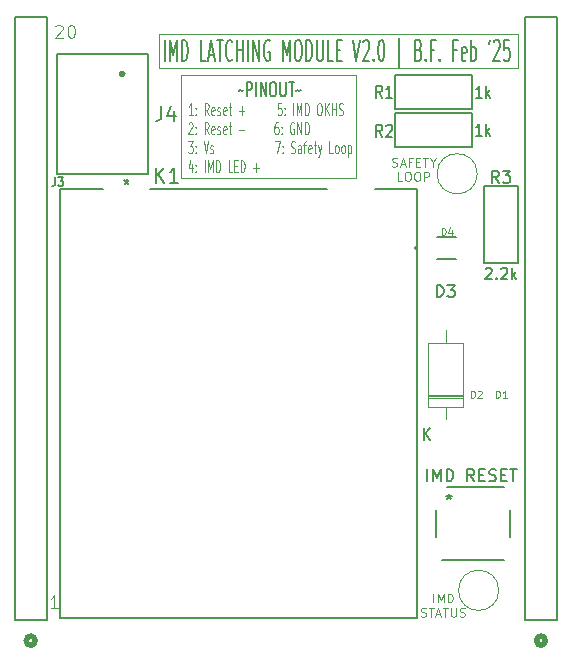
<source format=gbr>
%TF.GenerationSoftware,KiCad,Pcbnew,8.0.8*%
%TF.CreationDate,2025-02-03T20:55:19-05:00*%
%TF.ProjectId,IMD Latching Module V2.0,494d4420-4c61-4746-9368-696e67204d6f,rev?*%
%TF.SameCoordinates,Original*%
%TF.FileFunction,Legend,Top*%
%TF.FilePolarity,Positive*%
%FSLAX46Y46*%
G04 Gerber Fmt 4.6, Leading zero omitted, Abs format (unit mm)*
G04 Created by KiCad (PCBNEW 8.0.8) date 2025-02-03 20:55:19*
%MOMM*%
%LPD*%
G01*
G04 APERTURE LIST*
%ADD10C,0.100000*%
%ADD11C,0.150000*%
%ADD12C,0.187500*%
%ADD13C,0.170000*%
%ADD14C,0.120000*%
%ADD15C,0.152400*%
%ADD16C,0.508000*%
%ADD17C,0.200000*%
%ADD18C,0.400000*%
G04 APERTURE END LIST*
D10*
X61620000Y-50870000D02*
X92020000Y-50870000D01*
X92020000Y-53770000D01*
X61620000Y-53770000D01*
X61620000Y-50870000D01*
X63500000Y-54300000D02*
X78300000Y-54300000D01*
X78300000Y-63100000D01*
X63500000Y-63100000D01*
X63500000Y-54300000D01*
D11*
X89335714Y-70750057D02*
X89378571Y-70702438D01*
X89378571Y-70702438D02*
X89464286Y-70654819D01*
X89464286Y-70654819D02*
X89678571Y-70654819D01*
X89678571Y-70654819D02*
X89764286Y-70702438D01*
X89764286Y-70702438D02*
X89807143Y-70750057D01*
X89807143Y-70750057D02*
X89850000Y-70845295D01*
X89850000Y-70845295D02*
X89850000Y-70940533D01*
X89850000Y-70940533D02*
X89807143Y-71083390D01*
X89807143Y-71083390D02*
X89292857Y-71654819D01*
X89292857Y-71654819D02*
X89850000Y-71654819D01*
X90235714Y-71559580D02*
X90278571Y-71607200D01*
X90278571Y-71607200D02*
X90235714Y-71654819D01*
X90235714Y-71654819D02*
X90192857Y-71607200D01*
X90192857Y-71607200D02*
X90235714Y-71559580D01*
X90235714Y-71559580D02*
X90235714Y-71654819D01*
X90621428Y-70750057D02*
X90664285Y-70702438D01*
X90664285Y-70702438D02*
X90750000Y-70654819D01*
X90750000Y-70654819D02*
X90964285Y-70654819D01*
X90964285Y-70654819D02*
X91050000Y-70702438D01*
X91050000Y-70702438D02*
X91092857Y-70750057D01*
X91092857Y-70750057D02*
X91135714Y-70845295D01*
X91135714Y-70845295D02*
X91135714Y-70940533D01*
X91135714Y-70940533D02*
X91092857Y-71083390D01*
X91092857Y-71083390D02*
X90578571Y-71654819D01*
X90578571Y-71654819D02*
X91135714Y-71654819D01*
X91521428Y-71654819D02*
X91521428Y-70654819D01*
X91607143Y-71273866D02*
X91864285Y-71654819D01*
X91864285Y-70988152D02*
X91521428Y-71369104D01*
D10*
X64522931Y-57742587D02*
X64180074Y-57742587D01*
X64351503Y-57742587D02*
X64351503Y-56742587D01*
X64351503Y-56742587D02*
X64294360Y-56885444D01*
X64294360Y-56885444D02*
X64237217Y-56980682D01*
X64237217Y-56980682D02*
X64180074Y-57028301D01*
X64780075Y-57647348D02*
X64808646Y-57694968D01*
X64808646Y-57694968D02*
X64780075Y-57742587D01*
X64780075Y-57742587D02*
X64751503Y-57694968D01*
X64751503Y-57694968D02*
X64780075Y-57647348D01*
X64780075Y-57647348D02*
X64780075Y-57742587D01*
X64780075Y-57123539D02*
X64808646Y-57171158D01*
X64808646Y-57171158D02*
X64780075Y-57218777D01*
X64780075Y-57218777D02*
X64751503Y-57171158D01*
X64751503Y-57171158D02*
X64780075Y-57123539D01*
X64780075Y-57123539D02*
X64780075Y-57218777D01*
X65865789Y-57742587D02*
X65665789Y-57266396D01*
X65522932Y-57742587D02*
X65522932Y-56742587D01*
X65522932Y-56742587D02*
X65751503Y-56742587D01*
X65751503Y-56742587D02*
X65808646Y-56790206D01*
X65808646Y-56790206D02*
X65837217Y-56837825D01*
X65837217Y-56837825D02*
X65865789Y-56933063D01*
X65865789Y-56933063D02*
X65865789Y-57075920D01*
X65865789Y-57075920D02*
X65837217Y-57171158D01*
X65837217Y-57171158D02*
X65808646Y-57218777D01*
X65808646Y-57218777D02*
X65751503Y-57266396D01*
X65751503Y-57266396D02*
X65522932Y-57266396D01*
X66351503Y-57694968D02*
X66294360Y-57742587D01*
X66294360Y-57742587D02*
X66180075Y-57742587D01*
X66180075Y-57742587D02*
X66122932Y-57694968D01*
X66122932Y-57694968D02*
X66094360Y-57599729D01*
X66094360Y-57599729D02*
X66094360Y-57218777D01*
X66094360Y-57218777D02*
X66122932Y-57123539D01*
X66122932Y-57123539D02*
X66180075Y-57075920D01*
X66180075Y-57075920D02*
X66294360Y-57075920D01*
X66294360Y-57075920D02*
X66351503Y-57123539D01*
X66351503Y-57123539D02*
X66380075Y-57218777D01*
X66380075Y-57218777D02*
X66380075Y-57314015D01*
X66380075Y-57314015D02*
X66094360Y-57409253D01*
X66608646Y-57694968D02*
X66665789Y-57742587D01*
X66665789Y-57742587D02*
X66780075Y-57742587D01*
X66780075Y-57742587D02*
X66837218Y-57694968D01*
X66837218Y-57694968D02*
X66865789Y-57599729D01*
X66865789Y-57599729D02*
X66865789Y-57552110D01*
X66865789Y-57552110D02*
X66837218Y-57456872D01*
X66837218Y-57456872D02*
X66780075Y-57409253D01*
X66780075Y-57409253D02*
X66694361Y-57409253D01*
X66694361Y-57409253D02*
X66637218Y-57361634D01*
X66637218Y-57361634D02*
X66608646Y-57266396D01*
X66608646Y-57266396D02*
X66608646Y-57218777D01*
X66608646Y-57218777D02*
X66637218Y-57123539D01*
X66637218Y-57123539D02*
X66694361Y-57075920D01*
X66694361Y-57075920D02*
X66780075Y-57075920D01*
X66780075Y-57075920D02*
X66837218Y-57123539D01*
X67351503Y-57694968D02*
X67294360Y-57742587D01*
X67294360Y-57742587D02*
X67180075Y-57742587D01*
X67180075Y-57742587D02*
X67122932Y-57694968D01*
X67122932Y-57694968D02*
X67094360Y-57599729D01*
X67094360Y-57599729D02*
X67094360Y-57218777D01*
X67094360Y-57218777D02*
X67122932Y-57123539D01*
X67122932Y-57123539D02*
X67180075Y-57075920D01*
X67180075Y-57075920D02*
X67294360Y-57075920D01*
X67294360Y-57075920D02*
X67351503Y-57123539D01*
X67351503Y-57123539D02*
X67380075Y-57218777D01*
X67380075Y-57218777D02*
X67380075Y-57314015D01*
X67380075Y-57314015D02*
X67094360Y-57409253D01*
X67551503Y-57075920D02*
X67780075Y-57075920D01*
X67637218Y-56742587D02*
X67637218Y-57599729D01*
X67637218Y-57599729D02*
X67665789Y-57694968D01*
X67665789Y-57694968D02*
X67722932Y-57742587D01*
X67722932Y-57742587D02*
X67780075Y-57742587D01*
X68437218Y-57361634D02*
X68894361Y-57361634D01*
X68665789Y-57742587D02*
X68665789Y-56980682D01*
X72008645Y-56742587D02*
X71722931Y-56742587D01*
X71722931Y-56742587D02*
X71694359Y-57218777D01*
X71694359Y-57218777D02*
X71722931Y-57171158D01*
X71722931Y-57171158D02*
X71780074Y-57123539D01*
X71780074Y-57123539D02*
X71922931Y-57123539D01*
X71922931Y-57123539D02*
X71980074Y-57171158D01*
X71980074Y-57171158D02*
X72008645Y-57218777D01*
X72008645Y-57218777D02*
X72037216Y-57314015D01*
X72037216Y-57314015D02*
X72037216Y-57552110D01*
X72037216Y-57552110D02*
X72008645Y-57647348D01*
X72008645Y-57647348D02*
X71980074Y-57694968D01*
X71980074Y-57694968D02*
X71922931Y-57742587D01*
X71922931Y-57742587D02*
X71780074Y-57742587D01*
X71780074Y-57742587D02*
X71722931Y-57694968D01*
X71722931Y-57694968D02*
X71694359Y-57647348D01*
X72294360Y-57647348D02*
X72322931Y-57694968D01*
X72322931Y-57694968D02*
X72294360Y-57742587D01*
X72294360Y-57742587D02*
X72265788Y-57694968D01*
X72265788Y-57694968D02*
X72294360Y-57647348D01*
X72294360Y-57647348D02*
X72294360Y-57742587D01*
X72294360Y-57123539D02*
X72322931Y-57171158D01*
X72322931Y-57171158D02*
X72294360Y-57218777D01*
X72294360Y-57218777D02*
X72265788Y-57171158D01*
X72265788Y-57171158D02*
X72294360Y-57123539D01*
X72294360Y-57123539D02*
X72294360Y-57218777D01*
X73037217Y-57742587D02*
X73037217Y-56742587D01*
X73322931Y-57742587D02*
X73322931Y-56742587D01*
X73322931Y-56742587D02*
X73522931Y-57456872D01*
X73522931Y-57456872D02*
X73722931Y-56742587D01*
X73722931Y-56742587D02*
X73722931Y-57742587D01*
X74008645Y-57742587D02*
X74008645Y-56742587D01*
X74008645Y-56742587D02*
X74151502Y-56742587D01*
X74151502Y-56742587D02*
X74237216Y-56790206D01*
X74237216Y-56790206D02*
X74294359Y-56885444D01*
X74294359Y-56885444D02*
X74322930Y-56980682D01*
X74322930Y-56980682D02*
X74351502Y-57171158D01*
X74351502Y-57171158D02*
X74351502Y-57314015D01*
X74351502Y-57314015D02*
X74322930Y-57504491D01*
X74322930Y-57504491D02*
X74294359Y-57599729D01*
X74294359Y-57599729D02*
X74237216Y-57694968D01*
X74237216Y-57694968D02*
X74151502Y-57742587D01*
X74151502Y-57742587D02*
X74008645Y-57742587D01*
X75180073Y-56742587D02*
X75294359Y-56742587D01*
X75294359Y-56742587D02*
X75351502Y-56790206D01*
X75351502Y-56790206D02*
X75408645Y-56885444D01*
X75408645Y-56885444D02*
X75437216Y-57075920D01*
X75437216Y-57075920D02*
X75437216Y-57409253D01*
X75437216Y-57409253D02*
X75408645Y-57599729D01*
X75408645Y-57599729D02*
X75351502Y-57694968D01*
X75351502Y-57694968D02*
X75294359Y-57742587D01*
X75294359Y-57742587D02*
X75180073Y-57742587D01*
X75180073Y-57742587D02*
X75122931Y-57694968D01*
X75122931Y-57694968D02*
X75065788Y-57599729D01*
X75065788Y-57599729D02*
X75037216Y-57409253D01*
X75037216Y-57409253D02*
X75037216Y-57075920D01*
X75037216Y-57075920D02*
X75065788Y-56885444D01*
X75065788Y-56885444D02*
X75122931Y-56790206D01*
X75122931Y-56790206D02*
X75180073Y-56742587D01*
X75694359Y-57742587D02*
X75694359Y-56742587D01*
X76037216Y-57742587D02*
X75780073Y-57171158D01*
X76037216Y-56742587D02*
X75694359Y-57314015D01*
X76294359Y-57742587D02*
X76294359Y-56742587D01*
X76294359Y-57218777D02*
X76637216Y-57218777D01*
X76637216Y-57742587D02*
X76637216Y-56742587D01*
X76894358Y-57694968D02*
X76980073Y-57742587D01*
X76980073Y-57742587D02*
X77122930Y-57742587D01*
X77122930Y-57742587D02*
X77180073Y-57694968D01*
X77180073Y-57694968D02*
X77208644Y-57647348D01*
X77208644Y-57647348D02*
X77237215Y-57552110D01*
X77237215Y-57552110D02*
X77237215Y-57456872D01*
X77237215Y-57456872D02*
X77208644Y-57361634D01*
X77208644Y-57361634D02*
X77180073Y-57314015D01*
X77180073Y-57314015D02*
X77122930Y-57266396D01*
X77122930Y-57266396D02*
X77008644Y-57218777D01*
X77008644Y-57218777D02*
X76951501Y-57171158D01*
X76951501Y-57171158D02*
X76922930Y-57123539D01*
X76922930Y-57123539D02*
X76894358Y-57028301D01*
X76894358Y-57028301D02*
X76894358Y-56933063D01*
X76894358Y-56933063D02*
X76922930Y-56837825D01*
X76922930Y-56837825D02*
X76951501Y-56790206D01*
X76951501Y-56790206D02*
X77008644Y-56742587D01*
X77008644Y-56742587D02*
X77151501Y-56742587D01*
X77151501Y-56742587D02*
X77237215Y-56790206D01*
X64180074Y-58447769D02*
X64208646Y-58400150D01*
X64208646Y-58400150D02*
X64265789Y-58352531D01*
X64265789Y-58352531D02*
X64408646Y-58352531D01*
X64408646Y-58352531D02*
X64465789Y-58400150D01*
X64465789Y-58400150D02*
X64494360Y-58447769D01*
X64494360Y-58447769D02*
X64522931Y-58543007D01*
X64522931Y-58543007D02*
X64522931Y-58638245D01*
X64522931Y-58638245D02*
X64494360Y-58781102D01*
X64494360Y-58781102D02*
X64151503Y-59352531D01*
X64151503Y-59352531D02*
X64522931Y-59352531D01*
X64780075Y-59257292D02*
X64808646Y-59304912D01*
X64808646Y-59304912D02*
X64780075Y-59352531D01*
X64780075Y-59352531D02*
X64751503Y-59304912D01*
X64751503Y-59304912D02*
X64780075Y-59257292D01*
X64780075Y-59257292D02*
X64780075Y-59352531D01*
X64780075Y-58733483D02*
X64808646Y-58781102D01*
X64808646Y-58781102D02*
X64780075Y-58828721D01*
X64780075Y-58828721D02*
X64751503Y-58781102D01*
X64751503Y-58781102D02*
X64780075Y-58733483D01*
X64780075Y-58733483D02*
X64780075Y-58828721D01*
X65865789Y-59352531D02*
X65665789Y-58876340D01*
X65522932Y-59352531D02*
X65522932Y-58352531D01*
X65522932Y-58352531D02*
X65751503Y-58352531D01*
X65751503Y-58352531D02*
X65808646Y-58400150D01*
X65808646Y-58400150D02*
X65837217Y-58447769D01*
X65837217Y-58447769D02*
X65865789Y-58543007D01*
X65865789Y-58543007D02*
X65865789Y-58685864D01*
X65865789Y-58685864D02*
X65837217Y-58781102D01*
X65837217Y-58781102D02*
X65808646Y-58828721D01*
X65808646Y-58828721D02*
X65751503Y-58876340D01*
X65751503Y-58876340D02*
X65522932Y-58876340D01*
X66351503Y-59304912D02*
X66294360Y-59352531D01*
X66294360Y-59352531D02*
X66180075Y-59352531D01*
X66180075Y-59352531D02*
X66122932Y-59304912D01*
X66122932Y-59304912D02*
X66094360Y-59209673D01*
X66094360Y-59209673D02*
X66094360Y-58828721D01*
X66094360Y-58828721D02*
X66122932Y-58733483D01*
X66122932Y-58733483D02*
X66180075Y-58685864D01*
X66180075Y-58685864D02*
X66294360Y-58685864D01*
X66294360Y-58685864D02*
X66351503Y-58733483D01*
X66351503Y-58733483D02*
X66380075Y-58828721D01*
X66380075Y-58828721D02*
X66380075Y-58923959D01*
X66380075Y-58923959D02*
X66094360Y-59019197D01*
X66608646Y-59304912D02*
X66665789Y-59352531D01*
X66665789Y-59352531D02*
X66780075Y-59352531D01*
X66780075Y-59352531D02*
X66837218Y-59304912D01*
X66837218Y-59304912D02*
X66865789Y-59209673D01*
X66865789Y-59209673D02*
X66865789Y-59162054D01*
X66865789Y-59162054D02*
X66837218Y-59066816D01*
X66837218Y-59066816D02*
X66780075Y-59019197D01*
X66780075Y-59019197D02*
X66694361Y-59019197D01*
X66694361Y-59019197D02*
X66637218Y-58971578D01*
X66637218Y-58971578D02*
X66608646Y-58876340D01*
X66608646Y-58876340D02*
X66608646Y-58828721D01*
X66608646Y-58828721D02*
X66637218Y-58733483D01*
X66637218Y-58733483D02*
X66694361Y-58685864D01*
X66694361Y-58685864D02*
X66780075Y-58685864D01*
X66780075Y-58685864D02*
X66837218Y-58733483D01*
X67351503Y-59304912D02*
X67294360Y-59352531D01*
X67294360Y-59352531D02*
X67180075Y-59352531D01*
X67180075Y-59352531D02*
X67122932Y-59304912D01*
X67122932Y-59304912D02*
X67094360Y-59209673D01*
X67094360Y-59209673D02*
X67094360Y-58828721D01*
X67094360Y-58828721D02*
X67122932Y-58733483D01*
X67122932Y-58733483D02*
X67180075Y-58685864D01*
X67180075Y-58685864D02*
X67294360Y-58685864D01*
X67294360Y-58685864D02*
X67351503Y-58733483D01*
X67351503Y-58733483D02*
X67380075Y-58828721D01*
X67380075Y-58828721D02*
X67380075Y-58923959D01*
X67380075Y-58923959D02*
X67094360Y-59019197D01*
X67551503Y-58685864D02*
X67780075Y-58685864D01*
X67637218Y-58352531D02*
X67637218Y-59209673D01*
X67637218Y-59209673D02*
X67665789Y-59304912D01*
X67665789Y-59304912D02*
X67722932Y-59352531D01*
X67722932Y-59352531D02*
X67780075Y-59352531D01*
X68437218Y-58971578D02*
X68894361Y-58971578D01*
X71722933Y-58352531D02*
X71608647Y-58352531D01*
X71608647Y-58352531D02*
X71551504Y-58400150D01*
X71551504Y-58400150D02*
X71522933Y-58447769D01*
X71522933Y-58447769D02*
X71465790Y-58590626D01*
X71465790Y-58590626D02*
X71437218Y-58781102D01*
X71437218Y-58781102D02*
X71437218Y-59162054D01*
X71437218Y-59162054D02*
X71465790Y-59257292D01*
X71465790Y-59257292D02*
X71494361Y-59304912D01*
X71494361Y-59304912D02*
X71551504Y-59352531D01*
X71551504Y-59352531D02*
X71665790Y-59352531D01*
X71665790Y-59352531D02*
X71722933Y-59304912D01*
X71722933Y-59304912D02*
X71751504Y-59257292D01*
X71751504Y-59257292D02*
X71780075Y-59162054D01*
X71780075Y-59162054D02*
X71780075Y-58923959D01*
X71780075Y-58923959D02*
X71751504Y-58828721D01*
X71751504Y-58828721D02*
X71722933Y-58781102D01*
X71722933Y-58781102D02*
X71665790Y-58733483D01*
X71665790Y-58733483D02*
X71551504Y-58733483D01*
X71551504Y-58733483D02*
X71494361Y-58781102D01*
X71494361Y-58781102D02*
X71465790Y-58828721D01*
X71465790Y-58828721D02*
X71437218Y-58923959D01*
X72037219Y-59257292D02*
X72065790Y-59304912D01*
X72065790Y-59304912D02*
X72037219Y-59352531D01*
X72037219Y-59352531D02*
X72008647Y-59304912D01*
X72008647Y-59304912D02*
X72037219Y-59257292D01*
X72037219Y-59257292D02*
X72037219Y-59352531D01*
X72037219Y-58733483D02*
X72065790Y-58781102D01*
X72065790Y-58781102D02*
X72037219Y-58828721D01*
X72037219Y-58828721D02*
X72008647Y-58781102D01*
X72008647Y-58781102D02*
X72037219Y-58733483D01*
X72037219Y-58733483D02*
X72037219Y-58828721D01*
X73094361Y-58400150D02*
X73037219Y-58352531D01*
X73037219Y-58352531D02*
X72951504Y-58352531D01*
X72951504Y-58352531D02*
X72865790Y-58400150D01*
X72865790Y-58400150D02*
X72808647Y-58495388D01*
X72808647Y-58495388D02*
X72780076Y-58590626D01*
X72780076Y-58590626D02*
X72751504Y-58781102D01*
X72751504Y-58781102D02*
X72751504Y-58923959D01*
X72751504Y-58923959D02*
X72780076Y-59114435D01*
X72780076Y-59114435D02*
X72808647Y-59209673D01*
X72808647Y-59209673D02*
X72865790Y-59304912D01*
X72865790Y-59304912D02*
X72951504Y-59352531D01*
X72951504Y-59352531D02*
X73008647Y-59352531D01*
X73008647Y-59352531D02*
X73094361Y-59304912D01*
X73094361Y-59304912D02*
X73122933Y-59257292D01*
X73122933Y-59257292D02*
X73122933Y-58923959D01*
X73122933Y-58923959D02*
X73008647Y-58923959D01*
X73380076Y-59352531D02*
X73380076Y-58352531D01*
X73380076Y-58352531D02*
X73722933Y-59352531D01*
X73722933Y-59352531D02*
X73722933Y-58352531D01*
X74008647Y-59352531D02*
X74008647Y-58352531D01*
X74008647Y-58352531D02*
X74151504Y-58352531D01*
X74151504Y-58352531D02*
X74237218Y-58400150D01*
X74237218Y-58400150D02*
X74294361Y-58495388D01*
X74294361Y-58495388D02*
X74322932Y-58590626D01*
X74322932Y-58590626D02*
X74351504Y-58781102D01*
X74351504Y-58781102D02*
X74351504Y-58923959D01*
X74351504Y-58923959D02*
X74322932Y-59114435D01*
X74322932Y-59114435D02*
X74294361Y-59209673D01*
X74294361Y-59209673D02*
X74237218Y-59304912D01*
X74237218Y-59304912D02*
X74151504Y-59352531D01*
X74151504Y-59352531D02*
X74008647Y-59352531D01*
X64151503Y-59962475D02*
X64522931Y-59962475D01*
X64522931Y-59962475D02*
X64322931Y-60343427D01*
X64322931Y-60343427D02*
X64408646Y-60343427D01*
X64408646Y-60343427D02*
X64465789Y-60391046D01*
X64465789Y-60391046D02*
X64494360Y-60438665D01*
X64494360Y-60438665D02*
X64522931Y-60533903D01*
X64522931Y-60533903D02*
X64522931Y-60771998D01*
X64522931Y-60771998D02*
X64494360Y-60867236D01*
X64494360Y-60867236D02*
X64465789Y-60914856D01*
X64465789Y-60914856D02*
X64408646Y-60962475D01*
X64408646Y-60962475D02*
X64237217Y-60962475D01*
X64237217Y-60962475D02*
X64180074Y-60914856D01*
X64180074Y-60914856D02*
X64151503Y-60867236D01*
X64780075Y-60867236D02*
X64808646Y-60914856D01*
X64808646Y-60914856D02*
X64780075Y-60962475D01*
X64780075Y-60962475D02*
X64751503Y-60914856D01*
X64751503Y-60914856D02*
X64780075Y-60867236D01*
X64780075Y-60867236D02*
X64780075Y-60962475D01*
X64780075Y-60343427D02*
X64808646Y-60391046D01*
X64808646Y-60391046D02*
X64780075Y-60438665D01*
X64780075Y-60438665D02*
X64751503Y-60391046D01*
X64751503Y-60391046D02*
X64780075Y-60343427D01*
X64780075Y-60343427D02*
X64780075Y-60438665D01*
X65437217Y-59962475D02*
X65637217Y-60962475D01*
X65637217Y-60962475D02*
X65837217Y-59962475D01*
X66008646Y-60914856D02*
X66065789Y-60962475D01*
X66065789Y-60962475D02*
X66180075Y-60962475D01*
X66180075Y-60962475D02*
X66237218Y-60914856D01*
X66237218Y-60914856D02*
X66265789Y-60819617D01*
X66265789Y-60819617D02*
X66265789Y-60771998D01*
X66265789Y-60771998D02*
X66237218Y-60676760D01*
X66237218Y-60676760D02*
X66180075Y-60629141D01*
X66180075Y-60629141D02*
X66094361Y-60629141D01*
X66094361Y-60629141D02*
X66037218Y-60581522D01*
X66037218Y-60581522D02*
X66008646Y-60486284D01*
X66008646Y-60486284D02*
X66008646Y-60438665D01*
X66008646Y-60438665D02*
X66037218Y-60343427D01*
X66037218Y-60343427D02*
X66094361Y-60295808D01*
X66094361Y-60295808D02*
X66180075Y-60295808D01*
X66180075Y-60295808D02*
X66237218Y-60343427D01*
X71494362Y-59962475D02*
X71894362Y-59962475D01*
X71894362Y-59962475D02*
X71637219Y-60962475D01*
X72122934Y-60867236D02*
X72151505Y-60914856D01*
X72151505Y-60914856D02*
X72122934Y-60962475D01*
X72122934Y-60962475D02*
X72094362Y-60914856D01*
X72094362Y-60914856D02*
X72122934Y-60867236D01*
X72122934Y-60867236D02*
X72122934Y-60962475D01*
X72122934Y-60343427D02*
X72151505Y-60391046D01*
X72151505Y-60391046D02*
X72122934Y-60438665D01*
X72122934Y-60438665D02*
X72094362Y-60391046D01*
X72094362Y-60391046D02*
X72122934Y-60343427D01*
X72122934Y-60343427D02*
X72122934Y-60438665D01*
X72837219Y-60914856D02*
X72922934Y-60962475D01*
X72922934Y-60962475D02*
X73065791Y-60962475D01*
X73065791Y-60962475D02*
X73122934Y-60914856D01*
X73122934Y-60914856D02*
X73151505Y-60867236D01*
X73151505Y-60867236D02*
X73180076Y-60771998D01*
X73180076Y-60771998D02*
X73180076Y-60676760D01*
X73180076Y-60676760D02*
X73151505Y-60581522D01*
X73151505Y-60581522D02*
X73122934Y-60533903D01*
X73122934Y-60533903D02*
X73065791Y-60486284D01*
X73065791Y-60486284D02*
X72951505Y-60438665D01*
X72951505Y-60438665D02*
X72894362Y-60391046D01*
X72894362Y-60391046D02*
X72865791Y-60343427D01*
X72865791Y-60343427D02*
X72837219Y-60248189D01*
X72837219Y-60248189D02*
X72837219Y-60152951D01*
X72837219Y-60152951D02*
X72865791Y-60057713D01*
X72865791Y-60057713D02*
X72894362Y-60010094D01*
X72894362Y-60010094D02*
X72951505Y-59962475D01*
X72951505Y-59962475D02*
X73094362Y-59962475D01*
X73094362Y-59962475D02*
X73180076Y-60010094D01*
X73694363Y-60962475D02*
X73694363Y-60438665D01*
X73694363Y-60438665D02*
X73665791Y-60343427D01*
X73665791Y-60343427D02*
X73608648Y-60295808D01*
X73608648Y-60295808D02*
X73494363Y-60295808D01*
X73494363Y-60295808D02*
X73437220Y-60343427D01*
X73694363Y-60914856D02*
X73637220Y-60962475D01*
X73637220Y-60962475D02*
X73494363Y-60962475D01*
X73494363Y-60962475D02*
X73437220Y-60914856D01*
X73437220Y-60914856D02*
X73408648Y-60819617D01*
X73408648Y-60819617D02*
X73408648Y-60724379D01*
X73408648Y-60724379D02*
X73437220Y-60629141D01*
X73437220Y-60629141D02*
X73494363Y-60581522D01*
X73494363Y-60581522D02*
X73637220Y-60581522D01*
X73637220Y-60581522D02*
X73694363Y-60533903D01*
X73894362Y-60295808D02*
X74122934Y-60295808D01*
X73980077Y-60962475D02*
X73980077Y-60105332D01*
X73980077Y-60105332D02*
X74008648Y-60010094D01*
X74008648Y-60010094D02*
X74065791Y-59962475D01*
X74065791Y-59962475D02*
X74122934Y-59962475D01*
X74551505Y-60914856D02*
X74494362Y-60962475D01*
X74494362Y-60962475D02*
X74380077Y-60962475D01*
X74380077Y-60962475D02*
X74322934Y-60914856D01*
X74322934Y-60914856D02*
X74294362Y-60819617D01*
X74294362Y-60819617D02*
X74294362Y-60438665D01*
X74294362Y-60438665D02*
X74322934Y-60343427D01*
X74322934Y-60343427D02*
X74380077Y-60295808D01*
X74380077Y-60295808D02*
X74494362Y-60295808D01*
X74494362Y-60295808D02*
X74551505Y-60343427D01*
X74551505Y-60343427D02*
X74580077Y-60438665D01*
X74580077Y-60438665D02*
X74580077Y-60533903D01*
X74580077Y-60533903D02*
X74294362Y-60629141D01*
X74751505Y-60295808D02*
X74980077Y-60295808D01*
X74837220Y-59962475D02*
X74837220Y-60819617D01*
X74837220Y-60819617D02*
X74865791Y-60914856D01*
X74865791Y-60914856D02*
X74922934Y-60962475D01*
X74922934Y-60962475D02*
X74980077Y-60962475D01*
X75122934Y-60295808D02*
X75265791Y-60962475D01*
X75408648Y-60295808D02*
X75265791Y-60962475D01*
X75265791Y-60962475D02*
X75208648Y-61200570D01*
X75208648Y-61200570D02*
X75180077Y-61248189D01*
X75180077Y-61248189D02*
X75122934Y-61295808D01*
X76380077Y-60962475D02*
X76094363Y-60962475D01*
X76094363Y-60962475D02*
X76094363Y-59962475D01*
X76665791Y-60962475D02*
X76608648Y-60914856D01*
X76608648Y-60914856D02*
X76580077Y-60867236D01*
X76580077Y-60867236D02*
X76551505Y-60771998D01*
X76551505Y-60771998D02*
X76551505Y-60486284D01*
X76551505Y-60486284D02*
X76580077Y-60391046D01*
X76580077Y-60391046D02*
X76608648Y-60343427D01*
X76608648Y-60343427D02*
X76665791Y-60295808D01*
X76665791Y-60295808D02*
X76751505Y-60295808D01*
X76751505Y-60295808D02*
X76808648Y-60343427D01*
X76808648Y-60343427D02*
X76837220Y-60391046D01*
X76837220Y-60391046D02*
X76865791Y-60486284D01*
X76865791Y-60486284D02*
X76865791Y-60771998D01*
X76865791Y-60771998D02*
X76837220Y-60867236D01*
X76837220Y-60867236D02*
X76808648Y-60914856D01*
X76808648Y-60914856D02*
X76751505Y-60962475D01*
X76751505Y-60962475D02*
X76665791Y-60962475D01*
X77208648Y-60962475D02*
X77151505Y-60914856D01*
X77151505Y-60914856D02*
X77122934Y-60867236D01*
X77122934Y-60867236D02*
X77094362Y-60771998D01*
X77094362Y-60771998D02*
X77094362Y-60486284D01*
X77094362Y-60486284D02*
X77122934Y-60391046D01*
X77122934Y-60391046D02*
X77151505Y-60343427D01*
X77151505Y-60343427D02*
X77208648Y-60295808D01*
X77208648Y-60295808D02*
X77294362Y-60295808D01*
X77294362Y-60295808D02*
X77351505Y-60343427D01*
X77351505Y-60343427D02*
X77380077Y-60391046D01*
X77380077Y-60391046D02*
X77408648Y-60486284D01*
X77408648Y-60486284D02*
X77408648Y-60771998D01*
X77408648Y-60771998D02*
X77380077Y-60867236D01*
X77380077Y-60867236D02*
X77351505Y-60914856D01*
X77351505Y-60914856D02*
X77294362Y-60962475D01*
X77294362Y-60962475D02*
X77208648Y-60962475D01*
X77665791Y-60295808D02*
X77665791Y-61295808D01*
X77665791Y-60343427D02*
X77722934Y-60295808D01*
X77722934Y-60295808D02*
X77837219Y-60295808D01*
X77837219Y-60295808D02*
X77894362Y-60343427D01*
X77894362Y-60343427D02*
X77922934Y-60391046D01*
X77922934Y-60391046D02*
X77951505Y-60486284D01*
X77951505Y-60486284D02*
X77951505Y-60771998D01*
X77951505Y-60771998D02*
X77922934Y-60867236D01*
X77922934Y-60867236D02*
X77894362Y-60914856D01*
X77894362Y-60914856D02*
X77837219Y-60962475D01*
X77837219Y-60962475D02*
X77722934Y-60962475D01*
X77722934Y-60962475D02*
X77665791Y-60914856D01*
X64465789Y-61905752D02*
X64465789Y-62572419D01*
X64322931Y-61524800D02*
X64180074Y-62239085D01*
X64180074Y-62239085D02*
X64551503Y-62239085D01*
X64780075Y-62477180D02*
X64808646Y-62524800D01*
X64808646Y-62524800D02*
X64780075Y-62572419D01*
X64780075Y-62572419D02*
X64751503Y-62524800D01*
X64751503Y-62524800D02*
X64780075Y-62477180D01*
X64780075Y-62477180D02*
X64780075Y-62572419D01*
X64780075Y-61953371D02*
X64808646Y-62000990D01*
X64808646Y-62000990D02*
X64780075Y-62048609D01*
X64780075Y-62048609D02*
X64751503Y-62000990D01*
X64751503Y-62000990D02*
X64780075Y-61953371D01*
X64780075Y-61953371D02*
X64780075Y-62048609D01*
X65522932Y-62572419D02*
X65522932Y-61572419D01*
X65808646Y-62572419D02*
X65808646Y-61572419D01*
X65808646Y-61572419D02*
X66008646Y-62286704D01*
X66008646Y-62286704D02*
X66208646Y-61572419D01*
X66208646Y-61572419D02*
X66208646Y-62572419D01*
X66494360Y-62572419D02*
X66494360Y-61572419D01*
X66494360Y-61572419D02*
X66637217Y-61572419D01*
X66637217Y-61572419D02*
X66722931Y-61620038D01*
X66722931Y-61620038D02*
X66780074Y-61715276D01*
X66780074Y-61715276D02*
X66808645Y-61810514D01*
X66808645Y-61810514D02*
X66837217Y-62000990D01*
X66837217Y-62000990D02*
X66837217Y-62143847D01*
X66837217Y-62143847D02*
X66808645Y-62334323D01*
X66808645Y-62334323D02*
X66780074Y-62429561D01*
X66780074Y-62429561D02*
X66722931Y-62524800D01*
X66722931Y-62524800D02*
X66637217Y-62572419D01*
X66637217Y-62572419D02*
X66494360Y-62572419D01*
X67837217Y-62572419D02*
X67551503Y-62572419D01*
X67551503Y-62572419D02*
X67551503Y-61572419D01*
X68037217Y-62048609D02*
X68237217Y-62048609D01*
X68322931Y-62572419D02*
X68037217Y-62572419D01*
X68037217Y-62572419D02*
X68037217Y-61572419D01*
X68037217Y-61572419D02*
X68322931Y-61572419D01*
X68580074Y-62572419D02*
X68580074Y-61572419D01*
X68580074Y-61572419D02*
X68722931Y-61572419D01*
X68722931Y-61572419D02*
X68808645Y-61620038D01*
X68808645Y-61620038D02*
X68865788Y-61715276D01*
X68865788Y-61715276D02*
X68894359Y-61810514D01*
X68894359Y-61810514D02*
X68922931Y-62000990D01*
X68922931Y-62000990D02*
X68922931Y-62143847D01*
X68922931Y-62143847D02*
X68894359Y-62334323D01*
X68894359Y-62334323D02*
X68865788Y-62429561D01*
X68865788Y-62429561D02*
X68808645Y-62524800D01*
X68808645Y-62524800D02*
X68722931Y-62572419D01*
X68722931Y-62572419D02*
X68580074Y-62572419D01*
X69637217Y-62191466D02*
X70094360Y-62191466D01*
X69865788Y-62572419D02*
X69865788Y-61810514D01*
D12*
X62137640Y-53169964D02*
X62137640Y-51369964D01*
X62566211Y-53169964D02*
X62566211Y-51369964D01*
X62566211Y-51369964D02*
X62866211Y-52655678D01*
X62866211Y-52655678D02*
X63166211Y-51369964D01*
X63166211Y-51369964D02*
X63166211Y-53169964D01*
X63594782Y-53169964D02*
X63594782Y-51369964D01*
X63594782Y-51369964D02*
X63809068Y-51369964D01*
X63809068Y-51369964D02*
X63937639Y-51455678D01*
X63937639Y-51455678D02*
X64023354Y-51627107D01*
X64023354Y-51627107D02*
X64066211Y-51798535D01*
X64066211Y-51798535D02*
X64109068Y-52141392D01*
X64109068Y-52141392D02*
X64109068Y-52398535D01*
X64109068Y-52398535D02*
X64066211Y-52741392D01*
X64066211Y-52741392D02*
X64023354Y-52912821D01*
X64023354Y-52912821D02*
X63937639Y-53084250D01*
X63937639Y-53084250D02*
X63809068Y-53169964D01*
X63809068Y-53169964D02*
X63594782Y-53169964D01*
X65609068Y-53169964D02*
X65180496Y-53169964D01*
X65180496Y-53169964D02*
X65180496Y-51369964D01*
X65866210Y-52655678D02*
X66294782Y-52655678D01*
X65780496Y-53169964D02*
X66080496Y-51369964D01*
X66080496Y-51369964D02*
X66380496Y-53169964D01*
X66551925Y-51369964D02*
X67066211Y-51369964D01*
X66809068Y-53169964D02*
X66809068Y-51369964D01*
X67880496Y-52998535D02*
X67837639Y-53084250D01*
X67837639Y-53084250D02*
X67709067Y-53169964D01*
X67709067Y-53169964D02*
X67623353Y-53169964D01*
X67623353Y-53169964D02*
X67494782Y-53084250D01*
X67494782Y-53084250D02*
X67409067Y-52912821D01*
X67409067Y-52912821D02*
X67366210Y-52741392D01*
X67366210Y-52741392D02*
X67323353Y-52398535D01*
X67323353Y-52398535D02*
X67323353Y-52141392D01*
X67323353Y-52141392D02*
X67366210Y-51798535D01*
X67366210Y-51798535D02*
X67409067Y-51627107D01*
X67409067Y-51627107D02*
X67494782Y-51455678D01*
X67494782Y-51455678D02*
X67623353Y-51369964D01*
X67623353Y-51369964D02*
X67709067Y-51369964D01*
X67709067Y-51369964D02*
X67837639Y-51455678D01*
X67837639Y-51455678D02*
X67880496Y-51541392D01*
X68266210Y-53169964D02*
X68266210Y-51369964D01*
X68266210Y-52227107D02*
X68780496Y-52227107D01*
X68780496Y-53169964D02*
X68780496Y-51369964D01*
X69209067Y-53169964D02*
X69209067Y-51369964D01*
X69637638Y-53169964D02*
X69637638Y-51369964D01*
X69637638Y-51369964D02*
X70151924Y-53169964D01*
X70151924Y-53169964D02*
X70151924Y-51369964D01*
X71051924Y-51455678D02*
X70966210Y-51369964D01*
X70966210Y-51369964D02*
X70837638Y-51369964D01*
X70837638Y-51369964D02*
X70709067Y-51455678D01*
X70709067Y-51455678D02*
X70623352Y-51627107D01*
X70623352Y-51627107D02*
X70580495Y-51798535D01*
X70580495Y-51798535D02*
X70537638Y-52141392D01*
X70537638Y-52141392D02*
X70537638Y-52398535D01*
X70537638Y-52398535D02*
X70580495Y-52741392D01*
X70580495Y-52741392D02*
X70623352Y-52912821D01*
X70623352Y-52912821D02*
X70709067Y-53084250D01*
X70709067Y-53084250D02*
X70837638Y-53169964D01*
X70837638Y-53169964D02*
X70923352Y-53169964D01*
X70923352Y-53169964D02*
X71051924Y-53084250D01*
X71051924Y-53084250D02*
X71094781Y-52998535D01*
X71094781Y-52998535D02*
X71094781Y-52398535D01*
X71094781Y-52398535D02*
X70923352Y-52398535D01*
X72166209Y-53169964D02*
X72166209Y-51369964D01*
X72166209Y-51369964D02*
X72466209Y-52655678D01*
X72466209Y-52655678D02*
X72766209Y-51369964D01*
X72766209Y-51369964D02*
X72766209Y-53169964D01*
X73366209Y-51369964D02*
X73537637Y-51369964D01*
X73537637Y-51369964D02*
X73623352Y-51455678D01*
X73623352Y-51455678D02*
X73709066Y-51627107D01*
X73709066Y-51627107D02*
X73751923Y-51969964D01*
X73751923Y-51969964D02*
X73751923Y-52569964D01*
X73751923Y-52569964D02*
X73709066Y-52912821D01*
X73709066Y-52912821D02*
X73623352Y-53084250D01*
X73623352Y-53084250D02*
X73537637Y-53169964D01*
X73537637Y-53169964D02*
X73366209Y-53169964D01*
X73366209Y-53169964D02*
X73280495Y-53084250D01*
X73280495Y-53084250D02*
X73194780Y-52912821D01*
X73194780Y-52912821D02*
X73151923Y-52569964D01*
X73151923Y-52569964D02*
X73151923Y-51969964D01*
X73151923Y-51969964D02*
X73194780Y-51627107D01*
X73194780Y-51627107D02*
X73280495Y-51455678D01*
X73280495Y-51455678D02*
X73366209Y-51369964D01*
X74137637Y-53169964D02*
X74137637Y-51369964D01*
X74137637Y-51369964D02*
X74351923Y-51369964D01*
X74351923Y-51369964D02*
X74480494Y-51455678D01*
X74480494Y-51455678D02*
X74566209Y-51627107D01*
X74566209Y-51627107D02*
X74609066Y-51798535D01*
X74609066Y-51798535D02*
X74651923Y-52141392D01*
X74651923Y-52141392D02*
X74651923Y-52398535D01*
X74651923Y-52398535D02*
X74609066Y-52741392D01*
X74609066Y-52741392D02*
X74566209Y-52912821D01*
X74566209Y-52912821D02*
X74480494Y-53084250D01*
X74480494Y-53084250D02*
X74351923Y-53169964D01*
X74351923Y-53169964D02*
X74137637Y-53169964D01*
X75037637Y-51369964D02*
X75037637Y-52827107D01*
X75037637Y-52827107D02*
X75080494Y-52998535D01*
X75080494Y-52998535D02*
X75123352Y-53084250D01*
X75123352Y-53084250D02*
X75209066Y-53169964D01*
X75209066Y-53169964D02*
X75380494Y-53169964D01*
X75380494Y-53169964D02*
X75466209Y-53084250D01*
X75466209Y-53084250D02*
X75509066Y-52998535D01*
X75509066Y-52998535D02*
X75551923Y-52827107D01*
X75551923Y-52827107D02*
X75551923Y-51369964D01*
X76409066Y-53169964D02*
X75980494Y-53169964D01*
X75980494Y-53169964D02*
X75980494Y-51369964D01*
X76709065Y-52227107D02*
X77009065Y-52227107D01*
X77137637Y-53169964D02*
X76709065Y-53169964D01*
X76709065Y-53169964D02*
X76709065Y-51369964D01*
X76709065Y-51369964D02*
X77137637Y-51369964D01*
X78080494Y-51369964D02*
X78380494Y-53169964D01*
X78380494Y-53169964D02*
X78680494Y-51369964D01*
X78937637Y-51541392D02*
X78980494Y-51455678D01*
X78980494Y-51455678D02*
X79066209Y-51369964D01*
X79066209Y-51369964D02*
X79280494Y-51369964D01*
X79280494Y-51369964D02*
X79366209Y-51455678D01*
X79366209Y-51455678D02*
X79409066Y-51541392D01*
X79409066Y-51541392D02*
X79451923Y-51712821D01*
X79451923Y-51712821D02*
X79451923Y-51884250D01*
X79451923Y-51884250D02*
X79409066Y-52141392D01*
X79409066Y-52141392D02*
X78894780Y-53169964D01*
X78894780Y-53169964D02*
X79451923Y-53169964D01*
X79837637Y-52998535D02*
X79880494Y-53084250D01*
X79880494Y-53084250D02*
X79837637Y-53169964D01*
X79837637Y-53169964D02*
X79794780Y-53084250D01*
X79794780Y-53084250D02*
X79837637Y-52998535D01*
X79837637Y-52998535D02*
X79837637Y-53169964D01*
X80437637Y-51369964D02*
X80523351Y-51369964D01*
X80523351Y-51369964D02*
X80609065Y-51455678D01*
X80609065Y-51455678D02*
X80651923Y-51541392D01*
X80651923Y-51541392D02*
X80694780Y-51712821D01*
X80694780Y-51712821D02*
X80737637Y-52055678D01*
X80737637Y-52055678D02*
X80737637Y-52484250D01*
X80737637Y-52484250D02*
X80694780Y-52827107D01*
X80694780Y-52827107D02*
X80651923Y-52998535D01*
X80651923Y-52998535D02*
X80609065Y-53084250D01*
X80609065Y-53084250D02*
X80523351Y-53169964D01*
X80523351Y-53169964D02*
X80437637Y-53169964D01*
X80437637Y-53169964D02*
X80351923Y-53084250D01*
X80351923Y-53084250D02*
X80309065Y-52998535D01*
X80309065Y-52998535D02*
X80266208Y-52827107D01*
X80266208Y-52827107D02*
X80223351Y-52484250D01*
X80223351Y-52484250D02*
X80223351Y-52055678D01*
X80223351Y-52055678D02*
X80266208Y-51712821D01*
X80266208Y-51712821D02*
X80309065Y-51541392D01*
X80309065Y-51541392D02*
X80351923Y-51455678D01*
X80351923Y-51455678D02*
X80437637Y-51369964D01*
X82023351Y-53769964D02*
X82023351Y-51198535D01*
X83651922Y-52227107D02*
X83780494Y-52312821D01*
X83780494Y-52312821D02*
X83823351Y-52398535D01*
X83823351Y-52398535D02*
X83866208Y-52569964D01*
X83866208Y-52569964D02*
X83866208Y-52827107D01*
X83866208Y-52827107D02*
X83823351Y-52998535D01*
X83823351Y-52998535D02*
X83780494Y-53084250D01*
X83780494Y-53084250D02*
X83694779Y-53169964D01*
X83694779Y-53169964D02*
X83351922Y-53169964D01*
X83351922Y-53169964D02*
X83351922Y-51369964D01*
X83351922Y-51369964D02*
X83651922Y-51369964D01*
X83651922Y-51369964D02*
X83737637Y-51455678D01*
X83737637Y-51455678D02*
X83780494Y-51541392D01*
X83780494Y-51541392D02*
X83823351Y-51712821D01*
X83823351Y-51712821D02*
X83823351Y-51884250D01*
X83823351Y-51884250D02*
X83780494Y-52055678D01*
X83780494Y-52055678D02*
X83737637Y-52141392D01*
X83737637Y-52141392D02*
X83651922Y-52227107D01*
X83651922Y-52227107D02*
X83351922Y-52227107D01*
X84251922Y-52998535D02*
X84294779Y-53084250D01*
X84294779Y-53084250D02*
X84251922Y-53169964D01*
X84251922Y-53169964D02*
X84209065Y-53084250D01*
X84209065Y-53084250D02*
X84251922Y-52998535D01*
X84251922Y-52998535D02*
X84251922Y-53169964D01*
X84980493Y-52227107D02*
X84680493Y-52227107D01*
X84680493Y-53169964D02*
X84680493Y-51369964D01*
X84680493Y-51369964D02*
X85109065Y-51369964D01*
X85451922Y-52998535D02*
X85494779Y-53084250D01*
X85494779Y-53084250D02*
X85451922Y-53169964D01*
X85451922Y-53169964D02*
X85409065Y-53084250D01*
X85409065Y-53084250D02*
X85451922Y-52998535D01*
X85451922Y-52998535D02*
X85451922Y-53169964D01*
X86866207Y-52227107D02*
X86566207Y-52227107D01*
X86566207Y-53169964D02*
X86566207Y-51369964D01*
X86566207Y-51369964D02*
X86994779Y-51369964D01*
X87680493Y-53084250D02*
X87594779Y-53169964D01*
X87594779Y-53169964D02*
X87423351Y-53169964D01*
X87423351Y-53169964D02*
X87337636Y-53084250D01*
X87337636Y-53084250D02*
X87294779Y-52912821D01*
X87294779Y-52912821D02*
X87294779Y-52227107D01*
X87294779Y-52227107D02*
X87337636Y-52055678D01*
X87337636Y-52055678D02*
X87423351Y-51969964D01*
X87423351Y-51969964D02*
X87594779Y-51969964D01*
X87594779Y-51969964D02*
X87680493Y-52055678D01*
X87680493Y-52055678D02*
X87723351Y-52227107D01*
X87723351Y-52227107D02*
X87723351Y-52398535D01*
X87723351Y-52398535D02*
X87294779Y-52569964D01*
X88109065Y-53169964D02*
X88109065Y-51369964D01*
X88109065Y-52055678D02*
X88194780Y-51969964D01*
X88194780Y-51969964D02*
X88366208Y-51969964D01*
X88366208Y-51969964D02*
X88451922Y-52055678D01*
X88451922Y-52055678D02*
X88494780Y-52141392D01*
X88494780Y-52141392D02*
X88537637Y-52312821D01*
X88537637Y-52312821D02*
X88537637Y-52827107D01*
X88537637Y-52827107D02*
X88494780Y-52998535D01*
X88494780Y-52998535D02*
X88451922Y-53084250D01*
X88451922Y-53084250D02*
X88366208Y-53169964D01*
X88366208Y-53169964D02*
X88194780Y-53169964D01*
X88194780Y-53169964D02*
X88109065Y-53084250D01*
X89651922Y-51369964D02*
X89566208Y-51712821D01*
X89994779Y-51541392D02*
X90037636Y-51455678D01*
X90037636Y-51455678D02*
X90123351Y-51369964D01*
X90123351Y-51369964D02*
X90337636Y-51369964D01*
X90337636Y-51369964D02*
X90423351Y-51455678D01*
X90423351Y-51455678D02*
X90466208Y-51541392D01*
X90466208Y-51541392D02*
X90509065Y-51712821D01*
X90509065Y-51712821D02*
X90509065Y-51884250D01*
X90509065Y-51884250D02*
X90466208Y-52141392D01*
X90466208Y-52141392D02*
X89951922Y-53169964D01*
X89951922Y-53169964D02*
X90509065Y-53169964D01*
X91323351Y-51369964D02*
X90894779Y-51369964D01*
X90894779Y-51369964D02*
X90851922Y-52227107D01*
X90851922Y-52227107D02*
X90894779Y-52141392D01*
X90894779Y-52141392D02*
X90980494Y-52055678D01*
X90980494Y-52055678D02*
X91194779Y-52055678D01*
X91194779Y-52055678D02*
X91280494Y-52141392D01*
X91280494Y-52141392D02*
X91323351Y-52227107D01*
X91323351Y-52227107D02*
X91366208Y-52398535D01*
X91366208Y-52398535D02*
X91366208Y-52827107D01*
X91366208Y-52827107D02*
X91323351Y-52998535D01*
X91323351Y-52998535D02*
X91280494Y-53084250D01*
X91280494Y-53084250D02*
X91194779Y-53169964D01*
X91194779Y-53169964D02*
X90980494Y-53169964D01*
X90980494Y-53169964D02*
X90894779Y-53084250D01*
X90894779Y-53084250D02*
X90851922Y-52998535D01*
D10*
X52875312Y-50204442D02*
X52927693Y-50152061D01*
X52927693Y-50152061D02*
X53032455Y-50099680D01*
X53032455Y-50099680D02*
X53294360Y-50099680D01*
X53294360Y-50099680D02*
X53399122Y-50152061D01*
X53399122Y-50152061D02*
X53451503Y-50204442D01*
X53451503Y-50204442D02*
X53503884Y-50309204D01*
X53503884Y-50309204D02*
X53503884Y-50413966D01*
X53503884Y-50413966D02*
X53451503Y-50571109D01*
X53451503Y-50571109D02*
X52822931Y-51199680D01*
X52822931Y-51199680D02*
X53503884Y-51199680D01*
X54184836Y-50099680D02*
X54289598Y-50099680D01*
X54289598Y-50099680D02*
X54394360Y-50152061D01*
X54394360Y-50152061D02*
X54446741Y-50204442D01*
X54446741Y-50204442D02*
X54499122Y-50309204D01*
X54499122Y-50309204D02*
X54551503Y-50518728D01*
X54551503Y-50518728D02*
X54551503Y-50780633D01*
X54551503Y-50780633D02*
X54499122Y-50990157D01*
X54499122Y-50990157D02*
X54446741Y-51094919D01*
X54446741Y-51094919D02*
X54394360Y-51147300D01*
X54394360Y-51147300D02*
X54289598Y-51199680D01*
X54289598Y-51199680D02*
X54184836Y-51199680D01*
X54184836Y-51199680D02*
X54080074Y-51147300D01*
X54080074Y-51147300D02*
X54027693Y-51094919D01*
X54027693Y-51094919D02*
X53975312Y-50990157D01*
X53975312Y-50990157D02*
X53922931Y-50780633D01*
X53922931Y-50780633D02*
X53922931Y-50518728D01*
X53922931Y-50518728D02*
X53975312Y-50309204D01*
X53975312Y-50309204D02*
X54027693Y-50204442D01*
X54027693Y-50204442D02*
X54080074Y-50152061D01*
X54080074Y-50152061D02*
X54184836Y-50099680D01*
D11*
X88984398Y-56269819D02*
X88470112Y-56269819D01*
X88727255Y-56269819D02*
X88727255Y-55269819D01*
X88727255Y-55269819D02*
X88641541Y-55412676D01*
X88641541Y-55412676D02*
X88555826Y-55507914D01*
X88555826Y-55507914D02*
X88470112Y-55555533D01*
X89370112Y-56269819D02*
X89370112Y-55269819D01*
X89455827Y-55888866D02*
X89712969Y-56269819D01*
X89712969Y-55603152D02*
X89370112Y-55984104D01*
D10*
X84896428Y-98995556D02*
X84896428Y-98245556D01*
X85253571Y-98995556D02*
X85253571Y-98245556D01*
X85253571Y-98245556D02*
X85503571Y-98781270D01*
X85503571Y-98781270D02*
X85753571Y-98245556D01*
X85753571Y-98245556D02*
X85753571Y-98995556D01*
X86110714Y-98995556D02*
X86110714Y-98245556D01*
X86110714Y-98245556D02*
X86289285Y-98245556D01*
X86289285Y-98245556D02*
X86396428Y-98281270D01*
X86396428Y-98281270D02*
X86467857Y-98352699D01*
X86467857Y-98352699D02*
X86503571Y-98424127D01*
X86503571Y-98424127D02*
X86539285Y-98566984D01*
X86539285Y-98566984D02*
X86539285Y-98674127D01*
X86539285Y-98674127D02*
X86503571Y-98816984D01*
X86503571Y-98816984D02*
X86467857Y-98888413D01*
X86467857Y-98888413D02*
X86396428Y-98959842D01*
X86396428Y-98959842D02*
X86289285Y-98995556D01*
X86289285Y-98995556D02*
X86110714Y-98995556D01*
X83842857Y-100167300D02*
X83950000Y-100203014D01*
X83950000Y-100203014D02*
X84128571Y-100203014D01*
X84128571Y-100203014D02*
X84200000Y-100167300D01*
X84200000Y-100167300D02*
X84235714Y-100131585D01*
X84235714Y-100131585D02*
X84271428Y-100060157D01*
X84271428Y-100060157D02*
X84271428Y-99988728D01*
X84271428Y-99988728D02*
X84235714Y-99917300D01*
X84235714Y-99917300D02*
X84200000Y-99881585D01*
X84200000Y-99881585D02*
X84128571Y-99845871D01*
X84128571Y-99845871D02*
X83985714Y-99810157D01*
X83985714Y-99810157D02*
X83914285Y-99774442D01*
X83914285Y-99774442D02*
X83878571Y-99738728D01*
X83878571Y-99738728D02*
X83842857Y-99667300D01*
X83842857Y-99667300D02*
X83842857Y-99595871D01*
X83842857Y-99595871D02*
X83878571Y-99524442D01*
X83878571Y-99524442D02*
X83914285Y-99488728D01*
X83914285Y-99488728D02*
X83985714Y-99453014D01*
X83985714Y-99453014D02*
X84164285Y-99453014D01*
X84164285Y-99453014D02*
X84271428Y-99488728D01*
X84485714Y-99453014D02*
X84914286Y-99453014D01*
X84700000Y-100203014D02*
X84700000Y-99453014D01*
X85128572Y-99988728D02*
X85485715Y-99988728D01*
X85057143Y-100203014D02*
X85307143Y-99453014D01*
X85307143Y-99453014D02*
X85557143Y-100203014D01*
X85700000Y-99453014D02*
X86128572Y-99453014D01*
X85914286Y-100203014D02*
X85914286Y-99453014D01*
X86378572Y-99453014D02*
X86378572Y-100060157D01*
X86378572Y-100060157D02*
X86414286Y-100131585D01*
X86414286Y-100131585D02*
X86450001Y-100167300D01*
X86450001Y-100167300D02*
X86521429Y-100203014D01*
X86521429Y-100203014D02*
X86664286Y-100203014D01*
X86664286Y-100203014D02*
X86735715Y-100167300D01*
X86735715Y-100167300D02*
X86771429Y-100131585D01*
X86771429Y-100131585D02*
X86807143Y-100060157D01*
X86807143Y-100060157D02*
X86807143Y-99453014D01*
X87128572Y-100167300D02*
X87235715Y-100203014D01*
X87235715Y-100203014D02*
X87414286Y-100203014D01*
X87414286Y-100203014D02*
X87485715Y-100167300D01*
X87485715Y-100167300D02*
X87521429Y-100131585D01*
X87521429Y-100131585D02*
X87557143Y-100060157D01*
X87557143Y-100060157D02*
X87557143Y-99988728D01*
X87557143Y-99988728D02*
X87521429Y-99917300D01*
X87521429Y-99917300D02*
X87485715Y-99881585D01*
X87485715Y-99881585D02*
X87414286Y-99845871D01*
X87414286Y-99845871D02*
X87271429Y-99810157D01*
X87271429Y-99810157D02*
X87200000Y-99774442D01*
X87200000Y-99774442D02*
X87164286Y-99738728D01*
X87164286Y-99738728D02*
X87128572Y-99667300D01*
X87128572Y-99667300D02*
X87128572Y-99595871D01*
X87128572Y-99595871D02*
X87164286Y-99524442D01*
X87164286Y-99524442D02*
X87200000Y-99488728D01*
X87200000Y-99488728D02*
X87271429Y-99453014D01*
X87271429Y-99453014D02*
X87450000Y-99453014D01*
X87450000Y-99453014D02*
X87557143Y-99488728D01*
D11*
X88984398Y-59469819D02*
X88470112Y-59469819D01*
X88727255Y-59469819D02*
X88727255Y-58469819D01*
X88727255Y-58469819D02*
X88641541Y-58612676D01*
X88641541Y-58612676D02*
X88555826Y-58707914D01*
X88555826Y-58707914D02*
X88470112Y-58755533D01*
X89370112Y-59469819D02*
X89370112Y-58469819D01*
X89455827Y-59088866D02*
X89712969Y-59469819D01*
X89712969Y-58803152D02*
X89370112Y-59184104D01*
X68396066Y-55688200D02*
X68434161Y-55631057D01*
X68434161Y-55631057D02*
X68510352Y-55573914D01*
X68510352Y-55573914D02*
X68662733Y-55688200D01*
X68662733Y-55688200D02*
X68738923Y-55631057D01*
X68738923Y-55631057D02*
X68777018Y-55573914D01*
X69081781Y-56145342D02*
X69081781Y-54945342D01*
X69081781Y-54945342D02*
X69386543Y-54945342D01*
X69386543Y-54945342D02*
X69462733Y-55002485D01*
X69462733Y-55002485D02*
X69500828Y-55059628D01*
X69500828Y-55059628D02*
X69538924Y-55173914D01*
X69538924Y-55173914D02*
X69538924Y-55345342D01*
X69538924Y-55345342D02*
X69500828Y-55459628D01*
X69500828Y-55459628D02*
X69462733Y-55516771D01*
X69462733Y-55516771D02*
X69386543Y-55573914D01*
X69386543Y-55573914D02*
X69081781Y-55573914D01*
X69881781Y-56145342D02*
X69881781Y-54945342D01*
X70262733Y-56145342D02*
X70262733Y-54945342D01*
X70262733Y-54945342D02*
X70719876Y-56145342D01*
X70719876Y-56145342D02*
X70719876Y-54945342D01*
X71253209Y-54945342D02*
X71405590Y-54945342D01*
X71405590Y-54945342D02*
X71481780Y-55002485D01*
X71481780Y-55002485D02*
X71557971Y-55116771D01*
X71557971Y-55116771D02*
X71596066Y-55345342D01*
X71596066Y-55345342D02*
X71596066Y-55745342D01*
X71596066Y-55745342D02*
X71557971Y-55973914D01*
X71557971Y-55973914D02*
X71481780Y-56088200D01*
X71481780Y-56088200D02*
X71405590Y-56145342D01*
X71405590Y-56145342D02*
X71253209Y-56145342D01*
X71253209Y-56145342D02*
X71177018Y-56088200D01*
X71177018Y-56088200D02*
X71100828Y-55973914D01*
X71100828Y-55973914D02*
X71062732Y-55745342D01*
X71062732Y-55745342D02*
X71062732Y-55345342D01*
X71062732Y-55345342D02*
X71100828Y-55116771D01*
X71100828Y-55116771D02*
X71177018Y-55002485D01*
X71177018Y-55002485D02*
X71253209Y-54945342D01*
X71938923Y-54945342D02*
X71938923Y-55916771D01*
X71938923Y-55916771D02*
X71977018Y-56031057D01*
X71977018Y-56031057D02*
X72015113Y-56088200D01*
X72015113Y-56088200D02*
X72091304Y-56145342D01*
X72091304Y-56145342D02*
X72243685Y-56145342D01*
X72243685Y-56145342D02*
X72319875Y-56088200D01*
X72319875Y-56088200D02*
X72357970Y-56031057D01*
X72357970Y-56031057D02*
X72396066Y-55916771D01*
X72396066Y-55916771D02*
X72396066Y-54945342D01*
X72662732Y-54945342D02*
X73119875Y-54945342D01*
X72891303Y-56145342D02*
X72891303Y-54945342D01*
X73272256Y-55688200D02*
X73310351Y-55631057D01*
X73310351Y-55631057D02*
X73386542Y-55573914D01*
X73386542Y-55573914D02*
X73538923Y-55688200D01*
X73538923Y-55688200D02*
X73615113Y-55631057D01*
X73615113Y-55631057D02*
X73653208Y-55573914D01*
D10*
X53103884Y-99459680D02*
X52475312Y-99459680D01*
X52789598Y-99459680D02*
X52789598Y-98359680D01*
X52789598Y-98359680D02*
X52684836Y-98516823D01*
X52684836Y-98516823D02*
X52580074Y-98621585D01*
X52580074Y-98621585D02*
X52475312Y-98673966D01*
X81396429Y-62059842D02*
X81503572Y-62095556D01*
X81503572Y-62095556D02*
X81682143Y-62095556D01*
X81682143Y-62095556D02*
X81753572Y-62059842D01*
X81753572Y-62059842D02*
X81789286Y-62024127D01*
X81789286Y-62024127D02*
X81825000Y-61952699D01*
X81825000Y-61952699D02*
X81825000Y-61881270D01*
X81825000Y-61881270D02*
X81789286Y-61809842D01*
X81789286Y-61809842D02*
X81753572Y-61774127D01*
X81753572Y-61774127D02*
X81682143Y-61738413D01*
X81682143Y-61738413D02*
X81539286Y-61702699D01*
X81539286Y-61702699D02*
X81467857Y-61666984D01*
X81467857Y-61666984D02*
X81432143Y-61631270D01*
X81432143Y-61631270D02*
X81396429Y-61559842D01*
X81396429Y-61559842D02*
X81396429Y-61488413D01*
X81396429Y-61488413D02*
X81432143Y-61416984D01*
X81432143Y-61416984D02*
X81467857Y-61381270D01*
X81467857Y-61381270D02*
X81539286Y-61345556D01*
X81539286Y-61345556D02*
X81717857Y-61345556D01*
X81717857Y-61345556D02*
X81825000Y-61381270D01*
X82110715Y-61881270D02*
X82467858Y-61881270D01*
X82039286Y-62095556D02*
X82289286Y-61345556D01*
X82289286Y-61345556D02*
X82539286Y-62095556D01*
X83039286Y-61702699D02*
X82789286Y-61702699D01*
X82789286Y-62095556D02*
X82789286Y-61345556D01*
X82789286Y-61345556D02*
X83146429Y-61345556D01*
X83432143Y-61702699D02*
X83682143Y-61702699D01*
X83789286Y-62095556D02*
X83432143Y-62095556D01*
X83432143Y-62095556D02*
X83432143Y-61345556D01*
X83432143Y-61345556D02*
X83789286Y-61345556D01*
X84003571Y-61345556D02*
X84432143Y-61345556D01*
X84217857Y-62095556D02*
X84217857Y-61345556D01*
X84825000Y-61738413D02*
X84825000Y-62095556D01*
X84575000Y-61345556D02*
X84825000Y-61738413D01*
X84825000Y-61738413D02*
X85075000Y-61345556D01*
X82271429Y-63303014D02*
X81914286Y-63303014D01*
X81914286Y-63303014D02*
X81914286Y-62553014D01*
X82664286Y-62553014D02*
X82807143Y-62553014D01*
X82807143Y-62553014D02*
X82878572Y-62588728D01*
X82878572Y-62588728D02*
X82950000Y-62660157D01*
X82950000Y-62660157D02*
X82985715Y-62803014D01*
X82985715Y-62803014D02*
X82985715Y-63053014D01*
X82985715Y-63053014D02*
X82950000Y-63195871D01*
X82950000Y-63195871D02*
X82878572Y-63267300D01*
X82878572Y-63267300D02*
X82807143Y-63303014D01*
X82807143Y-63303014D02*
X82664286Y-63303014D01*
X82664286Y-63303014D02*
X82592858Y-63267300D01*
X82592858Y-63267300D02*
X82521429Y-63195871D01*
X82521429Y-63195871D02*
X82485715Y-63053014D01*
X82485715Y-63053014D02*
X82485715Y-62803014D01*
X82485715Y-62803014D02*
X82521429Y-62660157D01*
X82521429Y-62660157D02*
X82592858Y-62588728D01*
X82592858Y-62588728D02*
X82664286Y-62553014D01*
X83450000Y-62553014D02*
X83592857Y-62553014D01*
X83592857Y-62553014D02*
X83664286Y-62588728D01*
X83664286Y-62588728D02*
X83735714Y-62660157D01*
X83735714Y-62660157D02*
X83771429Y-62803014D01*
X83771429Y-62803014D02*
X83771429Y-63053014D01*
X83771429Y-63053014D02*
X83735714Y-63195871D01*
X83735714Y-63195871D02*
X83664286Y-63267300D01*
X83664286Y-63267300D02*
X83592857Y-63303014D01*
X83592857Y-63303014D02*
X83450000Y-63303014D01*
X83450000Y-63303014D02*
X83378572Y-63267300D01*
X83378572Y-63267300D02*
X83307143Y-63195871D01*
X83307143Y-63195871D02*
X83271429Y-63053014D01*
X83271429Y-63053014D02*
X83271429Y-62803014D01*
X83271429Y-62803014D02*
X83307143Y-62660157D01*
X83307143Y-62660157D02*
X83378572Y-62588728D01*
X83378572Y-62588728D02*
X83450000Y-62553014D01*
X84092857Y-63303014D02*
X84092857Y-62553014D01*
X84092857Y-62553014D02*
X84378571Y-62553014D01*
X84378571Y-62553014D02*
X84450000Y-62588728D01*
X84450000Y-62588728D02*
X84485714Y-62624442D01*
X84485714Y-62624442D02*
X84521428Y-62695871D01*
X84521428Y-62695871D02*
X84521428Y-62803014D01*
X84521428Y-62803014D02*
X84485714Y-62874442D01*
X84485714Y-62874442D02*
X84450000Y-62910157D01*
X84450000Y-62910157D02*
X84378571Y-62945871D01*
X84378571Y-62945871D02*
X84092857Y-62945871D01*
X90177143Y-81672371D02*
X90177143Y-81072371D01*
X90177143Y-81072371D02*
X90320000Y-81072371D01*
X90320000Y-81072371D02*
X90405714Y-81100942D01*
X90405714Y-81100942D02*
X90462857Y-81158085D01*
X90462857Y-81158085D02*
X90491428Y-81215228D01*
X90491428Y-81215228D02*
X90520000Y-81329514D01*
X90520000Y-81329514D02*
X90520000Y-81415228D01*
X90520000Y-81415228D02*
X90491428Y-81529514D01*
X90491428Y-81529514D02*
X90462857Y-81586657D01*
X90462857Y-81586657D02*
X90405714Y-81643800D01*
X90405714Y-81643800D02*
X90320000Y-81672371D01*
X90320000Y-81672371D02*
X90177143Y-81672371D01*
X91091428Y-81672371D02*
X90748571Y-81672371D01*
X90920000Y-81672371D02*
X90920000Y-81072371D01*
X90920000Y-81072371D02*
X90862857Y-81158085D01*
X90862857Y-81158085D02*
X90805714Y-81215228D01*
X90805714Y-81215228D02*
X90748571Y-81243800D01*
X88077143Y-81672371D02*
X88077143Y-81072371D01*
X88077143Y-81072371D02*
X88220000Y-81072371D01*
X88220000Y-81072371D02*
X88305714Y-81100942D01*
X88305714Y-81100942D02*
X88362857Y-81158085D01*
X88362857Y-81158085D02*
X88391428Y-81215228D01*
X88391428Y-81215228D02*
X88420000Y-81329514D01*
X88420000Y-81329514D02*
X88420000Y-81415228D01*
X88420000Y-81415228D02*
X88391428Y-81529514D01*
X88391428Y-81529514D02*
X88362857Y-81586657D01*
X88362857Y-81586657D02*
X88305714Y-81643800D01*
X88305714Y-81643800D02*
X88220000Y-81672371D01*
X88220000Y-81672371D02*
X88077143Y-81672371D01*
X88648571Y-81129514D02*
X88677143Y-81100942D01*
X88677143Y-81100942D02*
X88734286Y-81072371D01*
X88734286Y-81072371D02*
X88877143Y-81072371D01*
X88877143Y-81072371D02*
X88934286Y-81100942D01*
X88934286Y-81100942D02*
X88962857Y-81129514D01*
X88962857Y-81129514D02*
X88991428Y-81186657D01*
X88991428Y-81186657D02*
X88991428Y-81243800D01*
X88991428Y-81243800D02*
X88962857Y-81329514D01*
X88962857Y-81329514D02*
X88620000Y-81672371D01*
X88620000Y-81672371D02*
X88991428Y-81672371D01*
D11*
X52866666Y-63016033D02*
X52866666Y-63516033D01*
X52866666Y-63516033D02*
X52833333Y-63616033D01*
X52833333Y-63616033D02*
X52766666Y-63682700D01*
X52766666Y-63682700D02*
X52666666Y-63716033D01*
X52666666Y-63716033D02*
X52600000Y-63716033D01*
X53133333Y-63016033D02*
X53566666Y-63016033D01*
X53566666Y-63016033D02*
X53333333Y-63282700D01*
X53333333Y-63282700D02*
X53433333Y-63282700D01*
X53433333Y-63282700D02*
X53499999Y-63316033D01*
X53499999Y-63316033D02*
X53533333Y-63349366D01*
X53533333Y-63349366D02*
X53566666Y-63416033D01*
X53566666Y-63416033D02*
X53566666Y-63582700D01*
X53566666Y-63582700D02*
X53533333Y-63649366D01*
X53533333Y-63649366D02*
X53499999Y-63682700D01*
X53499999Y-63682700D02*
X53433333Y-63716033D01*
X53433333Y-63716033D02*
X53233333Y-63716033D01*
X53233333Y-63716033D02*
X53166666Y-63682700D01*
X53166666Y-63682700D02*
X53133333Y-63649366D01*
X84385714Y-88724819D02*
X84385714Y-87724819D01*
X84861904Y-88724819D02*
X84861904Y-87724819D01*
X84861904Y-87724819D02*
X85195237Y-88439104D01*
X85195237Y-88439104D02*
X85528570Y-87724819D01*
X85528570Y-87724819D02*
X85528570Y-88724819D01*
X86004761Y-88724819D02*
X86004761Y-87724819D01*
X86004761Y-87724819D02*
X86242856Y-87724819D01*
X86242856Y-87724819D02*
X86385713Y-87772438D01*
X86385713Y-87772438D02*
X86480951Y-87867676D01*
X86480951Y-87867676D02*
X86528570Y-87962914D01*
X86528570Y-87962914D02*
X86576189Y-88153390D01*
X86576189Y-88153390D02*
X86576189Y-88296247D01*
X86576189Y-88296247D02*
X86528570Y-88486723D01*
X86528570Y-88486723D02*
X86480951Y-88581961D01*
X86480951Y-88581961D02*
X86385713Y-88677200D01*
X86385713Y-88677200D02*
X86242856Y-88724819D01*
X86242856Y-88724819D02*
X86004761Y-88724819D01*
X88338094Y-88724819D02*
X88004761Y-88248628D01*
X87766666Y-88724819D02*
X87766666Y-87724819D01*
X87766666Y-87724819D02*
X88147618Y-87724819D01*
X88147618Y-87724819D02*
X88242856Y-87772438D01*
X88242856Y-87772438D02*
X88290475Y-87820057D01*
X88290475Y-87820057D02*
X88338094Y-87915295D01*
X88338094Y-87915295D02*
X88338094Y-88058152D01*
X88338094Y-88058152D02*
X88290475Y-88153390D01*
X88290475Y-88153390D02*
X88242856Y-88201009D01*
X88242856Y-88201009D02*
X88147618Y-88248628D01*
X88147618Y-88248628D02*
X87766666Y-88248628D01*
X88766666Y-88201009D02*
X89099999Y-88201009D01*
X89242856Y-88724819D02*
X88766666Y-88724819D01*
X88766666Y-88724819D02*
X88766666Y-87724819D01*
X88766666Y-87724819D02*
X89242856Y-87724819D01*
X89623809Y-88677200D02*
X89766666Y-88724819D01*
X89766666Y-88724819D02*
X90004761Y-88724819D01*
X90004761Y-88724819D02*
X90099999Y-88677200D01*
X90099999Y-88677200D02*
X90147618Y-88629580D01*
X90147618Y-88629580D02*
X90195237Y-88534342D01*
X90195237Y-88534342D02*
X90195237Y-88439104D01*
X90195237Y-88439104D02*
X90147618Y-88343866D01*
X90147618Y-88343866D02*
X90099999Y-88296247D01*
X90099999Y-88296247D02*
X90004761Y-88248628D01*
X90004761Y-88248628D02*
X89814285Y-88201009D01*
X89814285Y-88201009D02*
X89719047Y-88153390D01*
X89719047Y-88153390D02*
X89671428Y-88105771D01*
X89671428Y-88105771D02*
X89623809Y-88010533D01*
X89623809Y-88010533D02*
X89623809Y-87915295D01*
X89623809Y-87915295D02*
X89671428Y-87820057D01*
X89671428Y-87820057D02*
X89719047Y-87772438D01*
X89719047Y-87772438D02*
X89814285Y-87724819D01*
X89814285Y-87724819D02*
X90052380Y-87724819D01*
X90052380Y-87724819D02*
X90195237Y-87772438D01*
X90623809Y-88201009D02*
X90957142Y-88201009D01*
X91099999Y-88724819D02*
X90623809Y-88724819D01*
X90623809Y-88724819D02*
X90623809Y-87724819D01*
X90623809Y-87724819D02*
X91099999Y-87724819D01*
X91385714Y-87724819D02*
X91957142Y-87724819D01*
X91671428Y-88724819D02*
X91671428Y-87724819D01*
X86220000Y-89824819D02*
X86220000Y-90062914D01*
X85981905Y-89967676D02*
X86220000Y-90062914D01*
X86220000Y-90062914D02*
X86458095Y-89967676D01*
X86077143Y-90253390D02*
X86220000Y-90062914D01*
X86220000Y-90062914D02*
X86362857Y-90253390D01*
D10*
X85579543Y-67879971D02*
X85579543Y-67279971D01*
X85579543Y-67279971D02*
X85722400Y-67279971D01*
X85722400Y-67279971D02*
X85808114Y-67308542D01*
X85808114Y-67308542D02*
X85865257Y-67365685D01*
X85865257Y-67365685D02*
X85893828Y-67422828D01*
X85893828Y-67422828D02*
X85922400Y-67537114D01*
X85922400Y-67537114D02*
X85922400Y-67622828D01*
X85922400Y-67622828D02*
X85893828Y-67737114D01*
X85893828Y-67737114D02*
X85865257Y-67794257D01*
X85865257Y-67794257D02*
X85808114Y-67851400D01*
X85808114Y-67851400D02*
X85722400Y-67879971D01*
X85722400Y-67879971D02*
X85579543Y-67879971D01*
X86436686Y-67479971D02*
X86436686Y-67879971D01*
X86293828Y-67251400D02*
X86150971Y-67679971D01*
X86150971Y-67679971D02*
X86522400Y-67679971D01*
D13*
X61414286Y-63446302D02*
X61414286Y-62246302D01*
X62100000Y-63446302D02*
X61585714Y-62760588D01*
X62100000Y-62246302D02*
X61414286Y-62932017D01*
X63242857Y-63446302D02*
X62557143Y-63446302D01*
X62900000Y-63446302D02*
X62900000Y-62246302D01*
X62900000Y-62246302D02*
X62785714Y-62417731D01*
X62785714Y-62417731D02*
X62671429Y-62532017D01*
X62671429Y-62532017D02*
X62557143Y-62589160D01*
X58920000Y-63123779D02*
X58920000Y-63361874D01*
X58681905Y-63266636D02*
X58920000Y-63361874D01*
X58920000Y-63361874D02*
X59158095Y-63266636D01*
X58777143Y-63552350D02*
X58920000Y-63361874D01*
X58920000Y-63361874D02*
X59062857Y-63552350D01*
D11*
X80550000Y-59554819D02*
X80250000Y-59078628D01*
X80035714Y-59554819D02*
X80035714Y-58554819D01*
X80035714Y-58554819D02*
X80378571Y-58554819D01*
X80378571Y-58554819D02*
X80464286Y-58602438D01*
X80464286Y-58602438D02*
X80507143Y-58650057D01*
X80507143Y-58650057D02*
X80550000Y-58745295D01*
X80550000Y-58745295D02*
X80550000Y-58888152D01*
X80550000Y-58888152D02*
X80507143Y-58983390D01*
X80507143Y-58983390D02*
X80464286Y-59031009D01*
X80464286Y-59031009D02*
X80378571Y-59078628D01*
X80378571Y-59078628D02*
X80035714Y-59078628D01*
X80892857Y-58650057D02*
X80935714Y-58602438D01*
X80935714Y-58602438D02*
X81021429Y-58554819D01*
X81021429Y-58554819D02*
X81235714Y-58554819D01*
X81235714Y-58554819D02*
X81321429Y-58602438D01*
X81321429Y-58602438D02*
X81364286Y-58650057D01*
X81364286Y-58650057D02*
X81407143Y-58745295D01*
X81407143Y-58745295D02*
X81407143Y-58840533D01*
X81407143Y-58840533D02*
X81364286Y-58983390D01*
X81364286Y-58983390D02*
X80850000Y-59554819D01*
X80850000Y-59554819D02*
X81407143Y-59554819D01*
X61865000Y-56997342D02*
X61865000Y-57854485D01*
X61865000Y-57854485D02*
X61807857Y-58025914D01*
X61807857Y-58025914D02*
X61693571Y-58140200D01*
X61693571Y-58140200D02*
X61522143Y-58197342D01*
X61522143Y-58197342D02*
X61407857Y-58197342D01*
X62950715Y-57397342D02*
X62950715Y-58197342D01*
X62665000Y-56940200D02*
X62379286Y-57797342D01*
X62379286Y-57797342D02*
X63122143Y-57797342D01*
X80550000Y-56254819D02*
X80250000Y-55778628D01*
X80035714Y-56254819D02*
X80035714Y-55254819D01*
X80035714Y-55254819D02*
X80378571Y-55254819D01*
X80378571Y-55254819D02*
X80464286Y-55302438D01*
X80464286Y-55302438D02*
X80507143Y-55350057D01*
X80507143Y-55350057D02*
X80550000Y-55445295D01*
X80550000Y-55445295D02*
X80550000Y-55588152D01*
X80550000Y-55588152D02*
X80507143Y-55683390D01*
X80507143Y-55683390D02*
X80464286Y-55731009D01*
X80464286Y-55731009D02*
X80378571Y-55778628D01*
X80378571Y-55778628D02*
X80035714Y-55778628D01*
X81407143Y-56254819D02*
X80892857Y-56254819D01*
X81150000Y-56254819D02*
X81150000Y-55254819D01*
X81150000Y-55254819D02*
X81064286Y-55397676D01*
X81064286Y-55397676D02*
X80978571Y-55492914D01*
X80978571Y-55492914D02*
X80892857Y-55540533D01*
X85181905Y-73124819D02*
X85181905Y-72124819D01*
X85181905Y-72124819D02*
X85420000Y-72124819D01*
X85420000Y-72124819D02*
X85562857Y-72172438D01*
X85562857Y-72172438D02*
X85658095Y-72267676D01*
X85658095Y-72267676D02*
X85705714Y-72362914D01*
X85705714Y-72362914D02*
X85753333Y-72553390D01*
X85753333Y-72553390D02*
X85753333Y-72696247D01*
X85753333Y-72696247D02*
X85705714Y-72886723D01*
X85705714Y-72886723D02*
X85658095Y-72981961D01*
X85658095Y-72981961D02*
X85562857Y-73077200D01*
X85562857Y-73077200D02*
X85420000Y-73124819D01*
X85420000Y-73124819D02*
X85181905Y-73124819D01*
X86086667Y-72124819D02*
X86705714Y-72124819D01*
X86705714Y-72124819D02*
X86372381Y-72505771D01*
X86372381Y-72505771D02*
X86515238Y-72505771D01*
X86515238Y-72505771D02*
X86610476Y-72553390D01*
X86610476Y-72553390D02*
X86658095Y-72601009D01*
X86658095Y-72601009D02*
X86705714Y-72696247D01*
X86705714Y-72696247D02*
X86705714Y-72934342D01*
X86705714Y-72934342D02*
X86658095Y-73029580D01*
X86658095Y-73029580D02*
X86610476Y-73077200D01*
X86610476Y-73077200D02*
X86515238Y-73124819D01*
X86515238Y-73124819D02*
X86229524Y-73124819D01*
X86229524Y-73124819D02*
X86134286Y-73077200D01*
X86134286Y-73077200D02*
X86086667Y-73029580D01*
X84058095Y-85224819D02*
X84058095Y-84224819D01*
X84629523Y-85224819D02*
X84200952Y-84653390D01*
X84629523Y-84224819D02*
X84058095Y-84796247D01*
X90433333Y-63454819D02*
X90100000Y-62978628D01*
X89861905Y-63454819D02*
X89861905Y-62454819D01*
X89861905Y-62454819D02*
X90242857Y-62454819D01*
X90242857Y-62454819D02*
X90338095Y-62502438D01*
X90338095Y-62502438D02*
X90385714Y-62550057D01*
X90385714Y-62550057D02*
X90433333Y-62645295D01*
X90433333Y-62645295D02*
X90433333Y-62788152D01*
X90433333Y-62788152D02*
X90385714Y-62883390D01*
X90385714Y-62883390D02*
X90338095Y-62931009D01*
X90338095Y-62931009D02*
X90242857Y-62978628D01*
X90242857Y-62978628D02*
X89861905Y-62978628D01*
X90766667Y-62454819D02*
X91385714Y-62454819D01*
X91385714Y-62454819D02*
X91052381Y-62835771D01*
X91052381Y-62835771D02*
X91195238Y-62835771D01*
X91195238Y-62835771D02*
X91290476Y-62883390D01*
X91290476Y-62883390D02*
X91338095Y-62931009D01*
X91338095Y-62931009D02*
X91385714Y-63026247D01*
X91385714Y-63026247D02*
X91385714Y-63264342D01*
X91385714Y-63264342D02*
X91338095Y-63359580D01*
X91338095Y-63359580D02*
X91290476Y-63407200D01*
X91290476Y-63407200D02*
X91195238Y-63454819D01*
X91195238Y-63454819D02*
X90909524Y-63454819D01*
X90909524Y-63454819D02*
X90814286Y-63407200D01*
X90814286Y-63407200D02*
X90766667Y-63359580D01*
D14*
%TO.C,TP2*%
X88600000Y-62700000D02*
G75*
G02*
X85200000Y-62700000I-1700000J0D01*
G01*
X85200000Y-62700000D02*
G75*
G02*
X88600000Y-62700000I1700000J0D01*
G01*
D15*
%TO.C,J3*%
X49428400Y-49403000D02*
X49428400Y-100457000D01*
X49428400Y-100457000D02*
X52171600Y-100457000D01*
X52171600Y-49403000D02*
X49428400Y-49403000D01*
X52171600Y-100457000D02*
X52171600Y-49403000D01*
D16*
X51181000Y-102235000D02*
G75*
G02*
X50419000Y-102235000I-381000J0D01*
G01*
X50419000Y-102235000D02*
G75*
G02*
X51181000Y-102235000I381000J0D01*
G01*
D15*
%TO.C,IMD RESET*%
X85145800Y-91152040D02*
X85145800Y-93495299D01*
X85657640Y-95444200D02*
X90882360Y-95444200D01*
X90882360Y-89195800D02*
X86077708Y-89195800D01*
X91394200Y-93495299D02*
X91394200Y-91144702D01*
%TO.C,D4*%
X85225987Y-69927100D02*
X86818813Y-69927100D01*
X86818813Y-68072900D02*
X85225987Y-68072900D01*
X83457000Y-69000000D02*
G75*
G02*
X83304600Y-69000000I-76200J0D01*
G01*
X83304600Y-69000000D02*
G75*
G02*
X83457000Y-69000000I76200J0D01*
G01*
%TO.C,K1*%
X53294299Y-64032999D02*
X53294299Y-100278799D01*
X53294299Y-100278799D02*
X83545699Y-100278799D01*
X56917995Y-64032999D02*
X53294299Y-64032999D01*
X75917993Y-64032999D02*
X60922005Y-64032999D01*
X83545699Y-64032999D02*
X79922003Y-64032999D01*
X83545699Y-100278799D02*
X83545699Y-64032999D01*
%TO.C,R2*%
X81638400Y-57564900D02*
X81638400Y-60435100D01*
X81638400Y-60435100D02*
X88191600Y-60435100D01*
X88191600Y-57564900D02*
X81638400Y-57564900D01*
X88191600Y-60435100D02*
X88191600Y-57564900D01*
D17*
%TO.C,J4*%
X53030000Y-52550000D02*
X60730000Y-52550000D01*
X53030000Y-62750000D02*
X53030000Y-52550000D01*
X60730000Y-52550000D02*
X60730000Y-62750000D01*
X60730000Y-62750000D02*
X53030000Y-62750000D01*
D18*
X58630000Y-54250000D02*
G75*
G02*
X58430000Y-54250000I-100000J0D01*
G01*
X58430000Y-54250000D02*
G75*
G02*
X58630000Y-54250000I100000J0D01*
G01*
D14*
%TO.C,TP1*%
X90420000Y-97970000D02*
G75*
G02*
X87020000Y-97970000I-1700000J0D01*
G01*
X87020000Y-97970000D02*
G75*
G02*
X90420000Y-97970000I1700000J0D01*
G01*
D15*
%TO.C,R1*%
X81638400Y-54364900D02*
X81638400Y-57235100D01*
X81638400Y-57235100D02*
X88191600Y-57235100D01*
X88191600Y-54364900D02*
X81638400Y-54364900D01*
X88191600Y-57235100D02*
X88191600Y-54364900D01*
%TO.C,J2*%
X92628400Y-49403000D02*
X92628400Y-100457000D01*
X92628400Y-100457000D02*
X95371600Y-100457000D01*
X95371600Y-49403000D02*
X92628400Y-49403000D01*
X95371600Y-100457000D02*
X95371600Y-49403000D01*
D16*
X94381000Y-102235000D02*
G75*
G02*
X93619000Y-102235000I-381000J0D01*
G01*
X93619000Y-102235000D02*
G75*
G02*
X94381000Y-102235000I381000J0D01*
G01*
D14*
%TO.C,D3*%
X84450000Y-76990000D02*
X84450000Y-82430000D01*
X84450000Y-81410000D02*
X87390000Y-81410000D01*
X84450000Y-81530000D02*
X87390000Y-81530000D01*
X84450000Y-81650000D02*
X87390000Y-81650000D01*
X84450000Y-82430000D02*
X87390000Y-82430000D01*
X85920000Y-75970000D02*
X85920000Y-76990000D01*
X85920000Y-83450000D02*
X85920000Y-82430000D01*
X87390000Y-76990000D02*
X84450000Y-76990000D01*
X87390000Y-82430000D02*
X87390000Y-76990000D01*
D15*
%TO.C,R3*%
X89164900Y-63738400D02*
X89164900Y-70291600D01*
X89164900Y-70291600D02*
X92035100Y-70291600D01*
X92035100Y-63738400D02*
X89164900Y-63738400D01*
X92035100Y-70291600D02*
X92035100Y-63738400D01*
%TD*%
M02*

</source>
